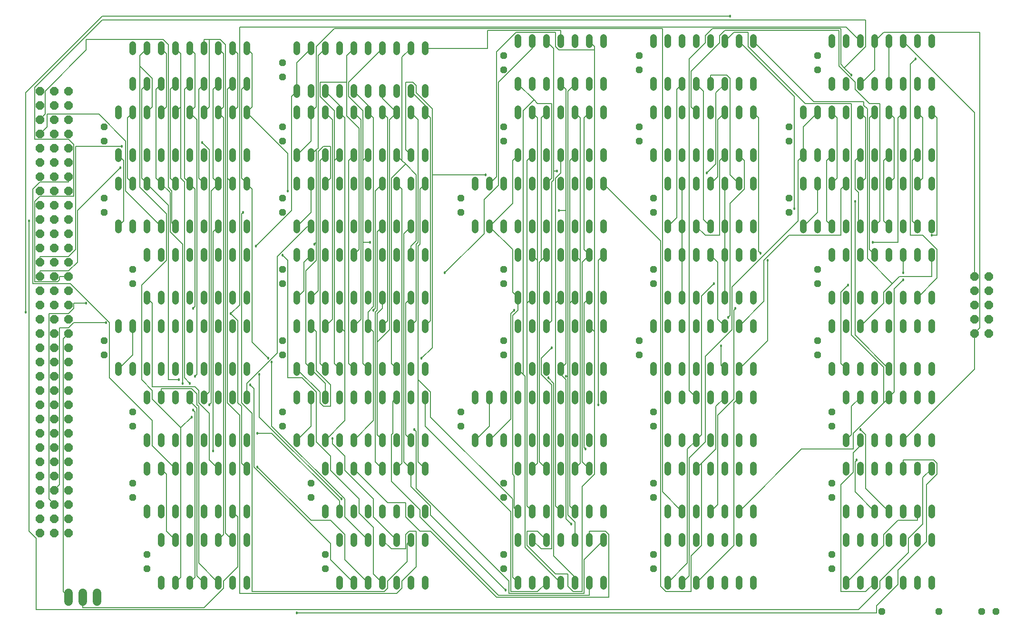
<source format=gbr>
G04 EAGLE Gerber RS-274X export*
G75*
%MOMM*%
%FSLAX34Y34*%
%LPD*%
%INTop Copper*%
%IPPOS*%
%AMOC8*
5,1,8,0,0,1.08239X$1,22.5*%
G01*
%ADD10C,1.219200*%
%ADD11P,1.319650X8X112.500000*%
%ADD12P,1.649562X8X292.500000*%
%ADD13P,1.649562X8X202.500000*%
%ADD14P,1.319650X8X202.500000*%
%ADD15P,1.319650X8X22.500000*%
%ADD16C,1.524000*%
%ADD17C,0.127000*%
%ADD18C,0.457200*%


D10*
X1168400Y717804D02*
X1168400Y729996D01*
X1193800Y729996D02*
X1193800Y717804D01*
X1320800Y717804D02*
X1320800Y729996D01*
X1320800Y794004D02*
X1320800Y806196D01*
X1219200Y729996D02*
X1219200Y717804D01*
X1244600Y717804D02*
X1244600Y729996D01*
X1295400Y729996D02*
X1295400Y717804D01*
X1270000Y717804D02*
X1270000Y729996D01*
X1295400Y794004D02*
X1295400Y806196D01*
X1270000Y806196D02*
X1270000Y794004D01*
X1244600Y794004D02*
X1244600Y806196D01*
X1219200Y806196D02*
X1219200Y794004D01*
X1193800Y794004D02*
X1193800Y806196D01*
X1168400Y806196D02*
X1168400Y794004D01*
X1168400Y602996D02*
X1168400Y590804D01*
X1193800Y590804D02*
X1193800Y602996D01*
X1320800Y602996D02*
X1320800Y590804D01*
X1320800Y667004D02*
X1320800Y679196D01*
X1219200Y602996D02*
X1219200Y590804D01*
X1244600Y590804D02*
X1244600Y602996D01*
X1295400Y602996D02*
X1295400Y590804D01*
X1270000Y590804D02*
X1270000Y602996D01*
X1295400Y667004D02*
X1295400Y679196D01*
X1270000Y679196D02*
X1270000Y667004D01*
X1244600Y667004D02*
X1244600Y679196D01*
X1219200Y679196D02*
X1219200Y667004D01*
X1193800Y667004D02*
X1193800Y679196D01*
X1168400Y679196D02*
X1168400Y667004D01*
X1409700Y717804D02*
X1409700Y729996D01*
X1435100Y729996D02*
X1435100Y717804D01*
X1562100Y717804D02*
X1562100Y729996D01*
X1587500Y729996D02*
X1587500Y717804D01*
X1460500Y717804D02*
X1460500Y729996D01*
X1485900Y729996D02*
X1485900Y717804D01*
X1536700Y717804D02*
X1536700Y729996D01*
X1511300Y729996D02*
X1511300Y717804D01*
X1612900Y717804D02*
X1612900Y729996D01*
X1638300Y729996D02*
X1638300Y717804D01*
X1638300Y794004D02*
X1638300Y806196D01*
X1612900Y806196D02*
X1612900Y794004D01*
X1587500Y794004D02*
X1587500Y806196D01*
X1562100Y806196D02*
X1562100Y794004D01*
X1536700Y794004D02*
X1536700Y806196D01*
X1511300Y806196D02*
X1511300Y794004D01*
X1485900Y794004D02*
X1485900Y806196D01*
X1460500Y806196D02*
X1460500Y794004D01*
X1435100Y794004D02*
X1435100Y806196D01*
X1409700Y806196D02*
X1409700Y794004D01*
X241300Y602996D02*
X241300Y590804D01*
X266700Y590804D02*
X266700Y602996D01*
X393700Y602996D02*
X393700Y590804D01*
X419100Y590804D02*
X419100Y602996D01*
X292100Y602996D02*
X292100Y590804D01*
X317500Y590804D02*
X317500Y602996D01*
X368300Y602996D02*
X368300Y590804D01*
X342900Y590804D02*
X342900Y602996D01*
X419100Y667004D02*
X419100Y679196D01*
X393700Y679196D02*
X393700Y667004D01*
X368300Y667004D02*
X368300Y679196D01*
X342900Y679196D02*
X342900Y667004D01*
X317500Y667004D02*
X317500Y679196D01*
X292100Y679196D02*
X292100Y667004D01*
X266700Y667004D02*
X266700Y679196D01*
X241300Y679196D02*
X241300Y667004D01*
X266700Y94996D02*
X266700Y82804D01*
X292100Y82804D02*
X292100Y94996D01*
X419100Y94996D02*
X419100Y82804D01*
X419100Y159004D02*
X419100Y171196D01*
X317500Y94996D02*
X317500Y82804D01*
X342900Y82804D02*
X342900Y94996D01*
X393700Y94996D02*
X393700Y82804D01*
X368300Y82804D02*
X368300Y94996D01*
X393700Y159004D02*
X393700Y171196D01*
X368300Y171196D02*
X368300Y159004D01*
X342900Y159004D02*
X342900Y171196D01*
X317500Y171196D02*
X317500Y159004D01*
X292100Y159004D02*
X292100Y171196D01*
X266700Y171196D02*
X266700Y159004D01*
X190500Y463804D02*
X190500Y475996D01*
X215900Y475996D02*
X215900Y463804D01*
X342900Y463804D02*
X342900Y475996D01*
X368300Y475996D02*
X368300Y463804D01*
X241300Y463804D02*
X241300Y475996D01*
X266700Y475996D02*
X266700Y463804D01*
X317500Y463804D02*
X317500Y475996D01*
X292100Y475996D02*
X292100Y463804D01*
X393700Y463804D02*
X393700Y475996D01*
X419100Y475996D02*
X419100Y463804D01*
X419100Y540004D02*
X419100Y552196D01*
X393700Y552196D02*
X393700Y540004D01*
X368300Y540004D02*
X368300Y552196D01*
X342900Y552196D02*
X342900Y540004D01*
X317500Y540004D02*
X317500Y552196D01*
X292100Y552196D02*
X292100Y540004D01*
X266700Y540004D02*
X266700Y552196D01*
X241300Y552196D02*
X241300Y540004D01*
X215900Y540004D02*
X215900Y552196D01*
X190500Y552196D02*
X190500Y540004D01*
X508000Y475996D02*
X508000Y463804D01*
X533400Y463804D02*
X533400Y475996D01*
X660400Y475996D02*
X660400Y463804D01*
X685800Y463804D02*
X685800Y475996D01*
X558800Y475996D02*
X558800Y463804D01*
X584200Y463804D02*
X584200Y475996D01*
X635000Y475996D02*
X635000Y463804D01*
X609600Y463804D02*
X609600Y475996D01*
X711200Y475996D02*
X711200Y463804D01*
X736600Y463804D02*
X736600Y475996D01*
X736600Y540004D02*
X736600Y552196D01*
X711200Y552196D02*
X711200Y540004D01*
X685800Y540004D02*
X685800Y552196D01*
X660400Y552196D02*
X660400Y540004D01*
X635000Y540004D02*
X635000Y552196D01*
X609600Y552196D02*
X609600Y540004D01*
X584200Y540004D02*
X584200Y552196D01*
X558800Y552196D02*
X558800Y540004D01*
X533400Y540004D02*
X533400Y552196D01*
X508000Y552196D02*
X508000Y540004D01*
X508000Y844804D02*
X508000Y856996D01*
X533400Y856996D02*
X533400Y844804D01*
X660400Y844804D02*
X660400Y856996D01*
X685800Y856996D02*
X685800Y844804D01*
X558800Y844804D02*
X558800Y856996D01*
X584200Y856996D02*
X584200Y844804D01*
X635000Y844804D02*
X635000Y856996D01*
X609600Y856996D02*
X609600Y844804D01*
X711200Y844804D02*
X711200Y856996D01*
X736600Y856996D02*
X736600Y844804D01*
X736600Y921004D02*
X736600Y933196D01*
X711200Y933196D02*
X711200Y921004D01*
X685800Y921004D02*
X685800Y933196D01*
X660400Y933196D02*
X660400Y921004D01*
X635000Y921004D02*
X635000Y933196D01*
X609600Y933196D02*
X609600Y921004D01*
X584200Y921004D02*
X584200Y933196D01*
X558800Y933196D02*
X558800Y921004D01*
X533400Y921004D02*
X533400Y933196D01*
X508000Y933196D02*
X508000Y921004D01*
X825500Y729996D02*
X825500Y717804D01*
X850900Y717804D02*
X850900Y729996D01*
X977900Y729996D02*
X977900Y717804D01*
X1003300Y717804D02*
X1003300Y729996D01*
X876300Y729996D02*
X876300Y717804D01*
X901700Y717804D02*
X901700Y729996D01*
X952500Y729996D02*
X952500Y717804D01*
X927100Y717804D02*
X927100Y729996D01*
X1028700Y729996D02*
X1028700Y717804D01*
X1054100Y717804D02*
X1054100Y729996D01*
X1054100Y794004D02*
X1054100Y806196D01*
X1028700Y806196D02*
X1028700Y794004D01*
X1003300Y794004D02*
X1003300Y806196D01*
X977900Y806196D02*
X977900Y794004D01*
X952500Y794004D02*
X952500Y806196D01*
X927100Y806196D02*
X927100Y794004D01*
X901700Y794004D02*
X901700Y806196D01*
X876300Y806196D02*
X876300Y794004D01*
X850900Y794004D02*
X850900Y806196D01*
X825500Y806196D02*
X825500Y794004D01*
X508000Y602996D02*
X508000Y590804D01*
X533400Y590804D02*
X533400Y602996D01*
X660400Y602996D02*
X660400Y590804D01*
X685800Y590804D02*
X685800Y602996D01*
X558800Y602996D02*
X558800Y590804D01*
X584200Y590804D02*
X584200Y602996D01*
X635000Y602996D02*
X635000Y590804D01*
X609600Y590804D02*
X609600Y602996D01*
X711200Y602996D02*
X711200Y590804D01*
X736600Y590804D02*
X736600Y602996D01*
X736600Y667004D02*
X736600Y679196D01*
X711200Y679196D02*
X711200Y667004D01*
X685800Y667004D02*
X685800Y679196D01*
X660400Y679196D02*
X660400Y667004D01*
X635000Y667004D02*
X635000Y679196D01*
X609600Y679196D02*
X609600Y667004D01*
X584200Y667004D02*
X584200Y679196D01*
X558800Y679196D02*
X558800Y667004D01*
X533400Y667004D02*
X533400Y679196D01*
X508000Y679196D02*
X508000Y667004D01*
X508000Y717804D02*
X508000Y729996D01*
X533400Y729996D02*
X533400Y717804D01*
X660400Y717804D02*
X660400Y729996D01*
X685800Y729996D02*
X685800Y717804D01*
X558800Y717804D02*
X558800Y729996D01*
X584200Y729996D02*
X584200Y717804D01*
X635000Y717804D02*
X635000Y729996D01*
X609600Y729996D02*
X609600Y717804D01*
X711200Y717804D02*
X711200Y729996D01*
X736600Y729996D02*
X736600Y717804D01*
X736600Y794004D02*
X736600Y806196D01*
X711200Y806196D02*
X711200Y794004D01*
X685800Y794004D02*
X685800Y806196D01*
X660400Y806196D02*
X660400Y794004D01*
X635000Y794004D02*
X635000Y806196D01*
X609600Y806196D02*
X609600Y794004D01*
X584200Y794004D02*
X584200Y806196D01*
X558800Y806196D02*
X558800Y794004D01*
X533400Y794004D02*
X533400Y806196D01*
X508000Y806196D02*
X508000Y794004D01*
X241300Y348996D02*
X241300Y336804D01*
X266700Y336804D02*
X266700Y348996D01*
X393700Y348996D02*
X393700Y336804D01*
X419100Y336804D02*
X419100Y348996D01*
X292100Y348996D02*
X292100Y336804D01*
X317500Y336804D02*
X317500Y348996D01*
X368300Y348996D02*
X368300Y336804D01*
X342900Y336804D02*
X342900Y348996D01*
X419100Y413004D02*
X419100Y425196D01*
X393700Y425196D02*
X393700Y413004D01*
X368300Y413004D02*
X368300Y425196D01*
X342900Y425196D02*
X342900Y413004D01*
X317500Y413004D02*
X317500Y425196D01*
X292100Y425196D02*
X292100Y413004D01*
X266700Y413004D02*
X266700Y425196D01*
X241300Y425196D02*
X241300Y413004D01*
X558800Y221996D02*
X558800Y209804D01*
X584200Y209804D02*
X584200Y221996D01*
X711200Y221996D02*
X711200Y209804D01*
X736600Y209804D02*
X736600Y221996D01*
X609600Y221996D02*
X609600Y209804D01*
X635000Y209804D02*
X635000Y221996D01*
X685800Y221996D02*
X685800Y209804D01*
X660400Y209804D02*
X660400Y221996D01*
X736600Y286004D02*
X736600Y298196D01*
X711200Y298196D02*
X711200Y286004D01*
X685800Y286004D02*
X685800Y298196D01*
X660400Y298196D02*
X660400Y286004D01*
X635000Y286004D02*
X635000Y298196D01*
X609600Y298196D02*
X609600Y286004D01*
X584200Y286004D02*
X584200Y298196D01*
X558800Y298196D02*
X558800Y286004D01*
X1168400Y221996D02*
X1168400Y209804D01*
X1193800Y209804D02*
X1193800Y221996D01*
X1320800Y221996D02*
X1320800Y209804D01*
X1320800Y286004D02*
X1320800Y298196D01*
X1219200Y221996D02*
X1219200Y209804D01*
X1244600Y209804D02*
X1244600Y221996D01*
X1295400Y221996D02*
X1295400Y209804D01*
X1270000Y209804D02*
X1270000Y221996D01*
X1295400Y286004D02*
X1295400Y298196D01*
X1270000Y298196D02*
X1270000Y286004D01*
X1244600Y286004D02*
X1244600Y298196D01*
X1219200Y298196D02*
X1219200Y286004D01*
X1193800Y286004D02*
X1193800Y298196D01*
X1168400Y298196D02*
X1168400Y286004D01*
X1485900Y94996D02*
X1485900Y82804D01*
X1511300Y82804D02*
X1511300Y94996D01*
X1638300Y94996D02*
X1638300Y82804D01*
X1638300Y159004D02*
X1638300Y171196D01*
X1536700Y94996D02*
X1536700Y82804D01*
X1562100Y82804D02*
X1562100Y94996D01*
X1612900Y94996D02*
X1612900Y82804D01*
X1587500Y82804D02*
X1587500Y94996D01*
X1612900Y159004D02*
X1612900Y171196D01*
X1587500Y171196D02*
X1587500Y159004D01*
X1562100Y159004D02*
X1562100Y171196D01*
X1536700Y171196D02*
X1536700Y159004D01*
X1511300Y159004D02*
X1511300Y171196D01*
X1485900Y171196D02*
X1485900Y159004D01*
X241300Y209804D02*
X241300Y221996D01*
X266700Y221996D02*
X266700Y209804D01*
X393700Y209804D02*
X393700Y221996D01*
X419100Y221996D02*
X419100Y209804D01*
X292100Y209804D02*
X292100Y221996D01*
X317500Y221996D02*
X317500Y209804D01*
X368300Y209804D02*
X368300Y221996D01*
X342900Y221996D02*
X342900Y209804D01*
X419100Y286004D02*
X419100Y298196D01*
X393700Y298196D02*
X393700Y286004D01*
X368300Y286004D02*
X368300Y298196D01*
X342900Y298196D02*
X342900Y286004D01*
X317500Y286004D02*
X317500Y298196D01*
X292100Y298196D02*
X292100Y286004D01*
X266700Y286004D02*
X266700Y298196D01*
X241300Y298196D02*
X241300Y286004D01*
X584200Y94996D02*
X584200Y82804D01*
X609600Y82804D02*
X609600Y94996D01*
X736600Y94996D02*
X736600Y82804D01*
X736600Y159004D02*
X736600Y171196D01*
X635000Y94996D02*
X635000Y82804D01*
X660400Y82804D02*
X660400Y94996D01*
X711200Y94996D02*
X711200Y82804D01*
X685800Y82804D02*
X685800Y94996D01*
X711200Y159004D02*
X711200Y171196D01*
X685800Y171196D02*
X685800Y159004D01*
X660400Y159004D02*
X660400Y171196D01*
X635000Y171196D02*
X635000Y159004D01*
X609600Y159004D02*
X609600Y171196D01*
X584200Y171196D02*
X584200Y159004D01*
X215900Y971804D02*
X215900Y983996D01*
X241300Y983996D02*
X241300Y971804D01*
X266700Y971804D02*
X266700Y983996D01*
X292100Y983996D02*
X292100Y971804D01*
X317500Y971804D02*
X317500Y983996D01*
X342900Y983996D02*
X342900Y971804D01*
X368300Y971804D02*
X368300Y983996D01*
X393700Y983996D02*
X393700Y971804D01*
X419100Y971804D02*
X419100Y983996D01*
X215900Y1035304D02*
X215900Y1047496D01*
X241300Y1047496D02*
X241300Y1035304D01*
X266700Y1035304D02*
X266700Y1047496D01*
X292100Y1047496D02*
X292100Y1035304D01*
X317500Y1035304D02*
X317500Y1047496D01*
X342900Y1047496D02*
X342900Y1035304D01*
X368300Y1035304D02*
X368300Y1047496D01*
X393700Y1047496D02*
X393700Y1035304D01*
X419100Y1035304D02*
X419100Y1047496D01*
X190500Y856996D02*
X190500Y844804D01*
X215900Y844804D02*
X215900Y856996D01*
X342900Y856996D02*
X342900Y844804D01*
X368300Y844804D02*
X368300Y856996D01*
X241300Y856996D02*
X241300Y844804D01*
X266700Y844804D02*
X266700Y856996D01*
X317500Y856996D02*
X317500Y844804D01*
X292100Y844804D02*
X292100Y856996D01*
X393700Y856996D02*
X393700Y844804D01*
X419100Y844804D02*
X419100Y856996D01*
X419100Y921004D02*
X419100Y933196D01*
X393700Y933196D02*
X393700Y921004D01*
X368300Y921004D02*
X368300Y933196D01*
X342900Y933196D02*
X342900Y921004D01*
X317500Y921004D02*
X317500Y933196D01*
X292100Y933196D02*
X292100Y921004D01*
X266700Y921004D02*
X266700Y933196D01*
X241300Y933196D02*
X241300Y921004D01*
X215900Y921004D02*
X215900Y933196D01*
X190500Y933196D02*
X190500Y921004D01*
X190500Y729996D02*
X190500Y717804D01*
X215900Y717804D02*
X215900Y729996D01*
X342900Y729996D02*
X342900Y717804D01*
X368300Y717804D02*
X368300Y729996D01*
X241300Y729996D02*
X241300Y717804D01*
X266700Y717804D02*
X266700Y729996D01*
X317500Y729996D02*
X317500Y717804D01*
X292100Y717804D02*
X292100Y729996D01*
X393700Y729996D02*
X393700Y717804D01*
X419100Y717804D02*
X419100Y729996D01*
X419100Y794004D02*
X419100Y806196D01*
X393700Y806196D02*
X393700Y794004D01*
X368300Y794004D02*
X368300Y806196D01*
X342900Y806196D02*
X342900Y794004D01*
X317500Y794004D02*
X317500Y806196D01*
X292100Y806196D02*
X292100Y794004D01*
X266700Y794004D02*
X266700Y806196D01*
X241300Y806196D02*
X241300Y794004D01*
X215900Y794004D02*
X215900Y806196D01*
X190500Y806196D02*
X190500Y794004D01*
X1143000Y844804D02*
X1143000Y856996D01*
X1168400Y856996D02*
X1168400Y844804D01*
X1295400Y844804D02*
X1295400Y856996D01*
X1320800Y856996D02*
X1320800Y844804D01*
X1193800Y844804D02*
X1193800Y856996D01*
X1219200Y856996D02*
X1219200Y844804D01*
X1270000Y844804D02*
X1270000Y856996D01*
X1244600Y856996D02*
X1244600Y844804D01*
X1320800Y921004D02*
X1320800Y933196D01*
X1295400Y933196D02*
X1295400Y921004D01*
X1270000Y921004D02*
X1270000Y933196D01*
X1244600Y933196D02*
X1244600Y921004D01*
X1219200Y921004D02*
X1219200Y933196D01*
X1193800Y933196D02*
X1193800Y921004D01*
X1168400Y921004D02*
X1168400Y933196D01*
X1143000Y933196D02*
X1143000Y921004D01*
X1143000Y475996D02*
X1143000Y463804D01*
X1168400Y463804D02*
X1168400Y475996D01*
X1295400Y475996D02*
X1295400Y463804D01*
X1320800Y463804D02*
X1320800Y475996D01*
X1193800Y475996D02*
X1193800Y463804D01*
X1219200Y463804D02*
X1219200Y475996D01*
X1270000Y475996D02*
X1270000Y463804D01*
X1244600Y463804D02*
X1244600Y475996D01*
X1320800Y540004D02*
X1320800Y552196D01*
X1295400Y552196D02*
X1295400Y540004D01*
X1270000Y540004D02*
X1270000Y552196D01*
X1244600Y552196D02*
X1244600Y540004D01*
X1219200Y540004D02*
X1219200Y552196D01*
X1193800Y552196D02*
X1193800Y540004D01*
X1168400Y540004D02*
X1168400Y552196D01*
X1143000Y552196D02*
X1143000Y540004D01*
X1143000Y971804D02*
X1143000Y983996D01*
X1168400Y983996D02*
X1168400Y971804D01*
X1295400Y971804D02*
X1295400Y983996D01*
X1320800Y983996D02*
X1320800Y971804D01*
X1193800Y971804D02*
X1193800Y983996D01*
X1219200Y983996D02*
X1219200Y971804D01*
X1270000Y971804D02*
X1270000Y983996D01*
X1244600Y983996D02*
X1244600Y971804D01*
X1320800Y1048004D02*
X1320800Y1060196D01*
X1295400Y1060196D02*
X1295400Y1048004D01*
X1270000Y1048004D02*
X1270000Y1060196D01*
X1244600Y1060196D02*
X1244600Y1048004D01*
X1219200Y1048004D02*
X1219200Y1060196D01*
X1193800Y1060196D02*
X1193800Y1048004D01*
X1168400Y1048004D02*
X1168400Y1060196D01*
X1143000Y1060196D02*
X1143000Y1048004D01*
X1460500Y602996D02*
X1460500Y590804D01*
X1485900Y590804D02*
X1485900Y602996D01*
X1612900Y602996D02*
X1612900Y590804D01*
X1638300Y590804D02*
X1638300Y602996D01*
X1511300Y602996D02*
X1511300Y590804D01*
X1536700Y590804D02*
X1536700Y602996D01*
X1587500Y602996D02*
X1587500Y590804D01*
X1562100Y590804D02*
X1562100Y602996D01*
X1638300Y667004D02*
X1638300Y679196D01*
X1612900Y679196D02*
X1612900Y667004D01*
X1587500Y667004D02*
X1587500Y679196D01*
X1562100Y679196D02*
X1562100Y667004D01*
X1536700Y667004D02*
X1536700Y679196D01*
X1511300Y679196D02*
X1511300Y667004D01*
X1485900Y667004D02*
X1485900Y679196D01*
X1460500Y679196D02*
X1460500Y667004D01*
X1409700Y844804D02*
X1409700Y856996D01*
X1435100Y856996D02*
X1435100Y844804D01*
X1562100Y844804D02*
X1562100Y856996D01*
X1587500Y856996D02*
X1587500Y844804D01*
X1460500Y844804D02*
X1460500Y856996D01*
X1485900Y856996D02*
X1485900Y844804D01*
X1536700Y844804D02*
X1536700Y856996D01*
X1511300Y856996D02*
X1511300Y844804D01*
X1612900Y844804D02*
X1612900Y856996D01*
X1638300Y856996D02*
X1638300Y844804D01*
X1638300Y921004D02*
X1638300Y933196D01*
X1612900Y933196D02*
X1612900Y921004D01*
X1587500Y921004D02*
X1587500Y933196D01*
X1562100Y933196D02*
X1562100Y921004D01*
X1536700Y921004D02*
X1536700Y933196D01*
X1511300Y933196D02*
X1511300Y921004D01*
X1485900Y921004D02*
X1485900Y933196D01*
X1460500Y933196D02*
X1460500Y921004D01*
X1435100Y921004D02*
X1435100Y933196D01*
X1409700Y933196D02*
X1409700Y921004D01*
X1460500Y971804D02*
X1460500Y983996D01*
X1485900Y983996D02*
X1485900Y971804D01*
X1612900Y971804D02*
X1612900Y983996D01*
X1638300Y983996D02*
X1638300Y971804D01*
X1511300Y971804D02*
X1511300Y983996D01*
X1536700Y983996D02*
X1536700Y971804D01*
X1587500Y971804D02*
X1587500Y983996D01*
X1562100Y983996D02*
X1562100Y971804D01*
X1638300Y1048004D02*
X1638300Y1060196D01*
X1612900Y1060196D02*
X1612900Y1048004D01*
X1587500Y1048004D02*
X1587500Y1060196D01*
X1562100Y1060196D02*
X1562100Y1048004D01*
X1536700Y1048004D02*
X1536700Y1060196D01*
X1511300Y1060196D02*
X1511300Y1048004D01*
X1485900Y1048004D02*
X1485900Y1060196D01*
X1460500Y1060196D02*
X1460500Y1048004D01*
D11*
X876300Y495300D03*
X876300Y520700D03*
X1143000Y114300D03*
X1143000Y139700D03*
X215900Y622300D03*
X215900Y647700D03*
X1384300Y876300D03*
X1384300Y901700D03*
X1117600Y495300D03*
X1117600Y520700D03*
X1143000Y368300D03*
X1143000Y393700D03*
X241300Y114300D03*
X241300Y139700D03*
X482600Y495300D03*
X482600Y520700D03*
X215900Y241300D03*
X215900Y266700D03*
X1117600Y876300D03*
X1117600Y901700D03*
X800100Y749300D03*
X800100Y774700D03*
X1460500Y368300D03*
X1460500Y393700D03*
X1435100Y1003300D03*
X1435100Y1028700D03*
X1117600Y1003300D03*
X1117600Y1028700D03*
X1460500Y241300D03*
X1460500Y266700D03*
X482600Y368300D03*
X482600Y393700D03*
X215900Y368300D03*
X215900Y393700D03*
X482600Y876300D03*
X482600Y901700D03*
X876300Y1003300D03*
X876300Y1028700D03*
X1143000Y241300D03*
X1143000Y266700D03*
X876300Y876300D03*
X876300Y901700D03*
X1460500Y114300D03*
X1460500Y139700D03*
X533400Y241300D03*
X533400Y266700D03*
X165100Y749300D03*
X165100Y774700D03*
X165100Y876300D03*
X165100Y901700D03*
X1384300Y749300D03*
X1384300Y774700D03*
X1435100Y622300D03*
X1435100Y647700D03*
X1143000Y749300D03*
X1143000Y774700D03*
X1143000Y622300D03*
X1143000Y647700D03*
X1435100Y495300D03*
X1435100Y520700D03*
X876300Y241300D03*
X876300Y266700D03*
X876300Y114300D03*
X876300Y139700D03*
X558800Y114300D03*
X558800Y139700D03*
X482600Y990600D03*
X482600Y1016000D03*
X876300Y622300D03*
X876300Y647700D03*
X165100Y495300D03*
X165100Y520700D03*
X800100Y368300D03*
X800100Y393700D03*
D10*
X901700Y221996D02*
X901700Y209804D01*
X927100Y209804D02*
X927100Y221996D01*
X1054100Y221996D02*
X1054100Y209804D01*
X1054100Y286004D02*
X1054100Y298196D01*
X952500Y221996D02*
X952500Y209804D01*
X977900Y209804D02*
X977900Y221996D01*
X1028700Y221996D02*
X1028700Y209804D01*
X1003300Y209804D02*
X1003300Y221996D01*
X1028700Y286004D02*
X1028700Y298196D01*
X1003300Y298196D02*
X1003300Y286004D01*
X977900Y286004D02*
X977900Y298196D01*
X952500Y298196D02*
X952500Y286004D01*
X927100Y286004D02*
X927100Y298196D01*
X901700Y298196D02*
X901700Y286004D01*
X901700Y94996D02*
X901700Y82804D01*
X927100Y82804D02*
X927100Y94996D01*
X1054100Y94996D02*
X1054100Y82804D01*
X1054100Y159004D02*
X1054100Y171196D01*
X952500Y94996D02*
X952500Y82804D01*
X977900Y82804D02*
X977900Y94996D01*
X1028700Y94996D02*
X1028700Y82804D01*
X1003300Y82804D02*
X1003300Y94996D01*
X1028700Y159004D02*
X1028700Y171196D01*
X1003300Y171196D02*
X1003300Y159004D01*
X977900Y159004D02*
X977900Y171196D01*
X952500Y171196D02*
X952500Y159004D01*
X927100Y159004D02*
X927100Y171196D01*
X901700Y171196D02*
X901700Y159004D01*
X901700Y844804D02*
X901700Y856996D01*
X927100Y856996D02*
X927100Y844804D01*
X1054100Y844804D02*
X1054100Y856996D01*
X1054100Y921004D02*
X1054100Y933196D01*
X952500Y856996D02*
X952500Y844804D01*
X977900Y844804D02*
X977900Y856996D01*
X1028700Y856996D02*
X1028700Y844804D01*
X1003300Y844804D02*
X1003300Y856996D01*
X1028700Y921004D02*
X1028700Y933196D01*
X1003300Y933196D02*
X1003300Y921004D01*
X977900Y921004D02*
X977900Y933196D01*
X952500Y933196D02*
X952500Y921004D01*
X927100Y921004D02*
X927100Y933196D01*
X901700Y933196D02*
X901700Y921004D01*
X508000Y348996D02*
X508000Y336804D01*
X533400Y336804D02*
X533400Y348996D01*
X660400Y348996D02*
X660400Y336804D01*
X685800Y336804D02*
X685800Y348996D01*
X558800Y348996D02*
X558800Y336804D01*
X584200Y336804D02*
X584200Y348996D01*
X635000Y348996D02*
X635000Y336804D01*
X609600Y336804D02*
X609600Y348996D01*
X711200Y348996D02*
X711200Y336804D01*
X736600Y336804D02*
X736600Y348996D01*
X736600Y413004D02*
X736600Y425196D01*
X711200Y425196D02*
X711200Y413004D01*
X685800Y413004D02*
X685800Y425196D01*
X660400Y425196D02*
X660400Y413004D01*
X635000Y413004D02*
X635000Y425196D01*
X609600Y425196D02*
X609600Y413004D01*
X584200Y413004D02*
X584200Y425196D01*
X558800Y425196D02*
X558800Y413004D01*
X533400Y413004D02*
X533400Y425196D01*
X508000Y425196D02*
X508000Y413004D01*
X825500Y348996D02*
X825500Y336804D01*
X850900Y336804D02*
X850900Y348996D01*
X977900Y348996D02*
X977900Y336804D01*
X1003300Y336804D02*
X1003300Y348996D01*
X876300Y348996D02*
X876300Y336804D01*
X901700Y336804D02*
X901700Y348996D01*
X952500Y348996D02*
X952500Y336804D01*
X927100Y336804D02*
X927100Y348996D01*
X1028700Y348996D02*
X1028700Y336804D01*
X1054100Y336804D02*
X1054100Y348996D01*
X1054100Y413004D02*
X1054100Y425196D01*
X1028700Y425196D02*
X1028700Y413004D01*
X1003300Y413004D02*
X1003300Y425196D01*
X977900Y425196D02*
X977900Y413004D01*
X952500Y413004D02*
X952500Y425196D01*
X927100Y425196D02*
X927100Y413004D01*
X901700Y413004D02*
X901700Y425196D01*
X876300Y425196D02*
X876300Y413004D01*
X850900Y413004D02*
X850900Y425196D01*
X825500Y425196D02*
X825500Y413004D01*
X508000Y959104D02*
X508000Y971296D01*
X533400Y971296D02*
X533400Y959104D01*
X660400Y959104D02*
X660400Y971296D01*
X685800Y971296D02*
X685800Y959104D01*
X558800Y959104D02*
X558800Y971296D01*
X584200Y971296D02*
X584200Y959104D01*
X635000Y959104D02*
X635000Y971296D01*
X609600Y971296D02*
X609600Y959104D01*
X711200Y959104D02*
X711200Y971296D01*
X736600Y971296D02*
X736600Y959104D01*
X736600Y1035304D02*
X736600Y1047496D01*
X711200Y1047496D02*
X711200Y1035304D01*
X685800Y1035304D02*
X685800Y1047496D01*
X660400Y1047496D02*
X660400Y1035304D01*
X635000Y1035304D02*
X635000Y1047496D01*
X609600Y1047496D02*
X609600Y1035304D01*
X584200Y1035304D02*
X584200Y1047496D01*
X558800Y1047496D02*
X558800Y1035304D01*
X533400Y1035304D02*
X533400Y1047496D01*
X508000Y1047496D02*
X508000Y1035304D01*
X901700Y602996D02*
X901700Y590804D01*
X927100Y590804D02*
X927100Y602996D01*
X1054100Y602996D02*
X1054100Y590804D01*
X1054100Y667004D02*
X1054100Y679196D01*
X952500Y602996D02*
X952500Y590804D01*
X977900Y590804D02*
X977900Y602996D01*
X1028700Y602996D02*
X1028700Y590804D01*
X1003300Y590804D02*
X1003300Y602996D01*
X1028700Y667004D02*
X1028700Y679196D01*
X1003300Y679196D02*
X1003300Y667004D01*
X977900Y667004D02*
X977900Y679196D01*
X952500Y679196D02*
X952500Y667004D01*
X927100Y667004D02*
X927100Y679196D01*
X901700Y679196D02*
X901700Y667004D01*
X901700Y475996D02*
X901700Y463804D01*
X927100Y463804D02*
X927100Y475996D01*
X1054100Y475996D02*
X1054100Y463804D01*
X1054100Y540004D02*
X1054100Y552196D01*
X952500Y475996D02*
X952500Y463804D01*
X977900Y463804D02*
X977900Y475996D01*
X1028700Y475996D02*
X1028700Y463804D01*
X1003300Y463804D02*
X1003300Y475996D01*
X1028700Y540004D02*
X1028700Y552196D01*
X1003300Y552196D02*
X1003300Y540004D01*
X977900Y540004D02*
X977900Y552196D01*
X952500Y552196D02*
X952500Y540004D01*
X927100Y540004D02*
X927100Y552196D01*
X901700Y552196D02*
X901700Y540004D01*
X901700Y971804D02*
X901700Y983996D01*
X927100Y983996D02*
X927100Y971804D01*
X1054100Y971804D02*
X1054100Y983996D01*
X1054100Y1048004D02*
X1054100Y1060196D01*
X952500Y983996D02*
X952500Y971804D01*
X977900Y971804D02*
X977900Y983996D01*
X1028700Y983996D02*
X1028700Y971804D01*
X1003300Y971804D02*
X1003300Y983996D01*
X1028700Y1048004D02*
X1028700Y1060196D01*
X1003300Y1060196D02*
X1003300Y1048004D01*
X977900Y1048004D02*
X977900Y1060196D01*
X952500Y1060196D02*
X952500Y1048004D01*
X927100Y1048004D02*
X927100Y1060196D01*
X901700Y1060196D02*
X901700Y1048004D01*
X1485900Y221996D02*
X1485900Y209804D01*
X1511300Y209804D02*
X1511300Y221996D01*
X1638300Y221996D02*
X1638300Y209804D01*
X1638300Y286004D02*
X1638300Y298196D01*
X1536700Y221996D02*
X1536700Y209804D01*
X1562100Y209804D02*
X1562100Y221996D01*
X1612900Y221996D02*
X1612900Y209804D01*
X1587500Y209804D02*
X1587500Y221996D01*
X1612900Y286004D02*
X1612900Y298196D01*
X1587500Y298196D02*
X1587500Y286004D01*
X1562100Y286004D02*
X1562100Y298196D01*
X1536700Y298196D02*
X1536700Y286004D01*
X1511300Y286004D02*
X1511300Y298196D01*
X1485900Y298196D02*
X1485900Y286004D01*
X1485900Y336804D02*
X1485900Y348996D01*
X1511300Y348996D02*
X1511300Y336804D01*
X1638300Y336804D02*
X1638300Y348996D01*
X1638300Y413004D02*
X1638300Y425196D01*
X1536700Y348996D02*
X1536700Y336804D01*
X1562100Y336804D02*
X1562100Y348996D01*
X1612900Y348996D02*
X1612900Y336804D01*
X1587500Y336804D02*
X1587500Y348996D01*
X1612900Y413004D02*
X1612900Y425196D01*
X1587500Y425196D02*
X1587500Y413004D01*
X1562100Y413004D02*
X1562100Y425196D01*
X1536700Y425196D02*
X1536700Y413004D01*
X1511300Y413004D02*
X1511300Y425196D01*
X1485900Y425196D02*
X1485900Y413004D01*
X1168400Y348996D02*
X1168400Y336804D01*
X1193800Y336804D02*
X1193800Y348996D01*
X1320800Y348996D02*
X1320800Y336804D01*
X1320800Y413004D02*
X1320800Y425196D01*
X1219200Y348996D02*
X1219200Y336804D01*
X1244600Y336804D02*
X1244600Y348996D01*
X1295400Y348996D02*
X1295400Y336804D01*
X1270000Y336804D02*
X1270000Y348996D01*
X1295400Y413004D02*
X1295400Y425196D01*
X1270000Y425196D02*
X1270000Y413004D01*
X1244600Y413004D02*
X1244600Y425196D01*
X1219200Y425196D02*
X1219200Y413004D01*
X1193800Y413004D02*
X1193800Y425196D01*
X1168400Y425196D02*
X1168400Y413004D01*
X1168400Y94996D02*
X1168400Y82804D01*
X1193800Y82804D02*
X1193800Y94996D01*
X1320800Y94996D02*
X1320800Y82804D01*
X1320800Y159004D02*
X1320800Y171196D01*
X1219200Y94996D02*
X1219200Y82804D01*
X1244600Y82804D02*
X1244600Y94996D01*
X1295400Y94996D02*
X1295400Y82804D01*
X1270000Y82804D02*
X1270000Y94996D01*
X1295400Y159004D02*
X1295400Y171196D01*
X1270000Y171196D02*
X1270000Y159004D01*
X1244600Y159004D02*
X1244600Y171196D01*
X1219200Y171196D02*
X1219200Y159004D01*
X1193800Y159004D02*
X1193800Y171196D01*
X1168400Y171196D02*
X1168400Y159004D01*
X1460500Y463804D02*
X1460500Y475996D01*
X1485900Y475996D02*
X1485900Y463804D01*
X1612900Y463804D02*
X1612900Y475996D01*
X1638300Y475996D02*
X1638300Y463804D01*
X1511300Y463804D02*
X1511300Y475996D01*
X1536700Y475996D02*
X1536700Y463804D01*
X1587500Y463804D02*
X1587500Y475996D01*
X1562100Y475996D02*
X1562100Y463804D01*
X1638300Y540004D02*
X1638300Y552196D01*
X1612900Y552196D02*
X1612900Y540004D01*
X1587500Y540004D02*
X1587500Y552196D01*
X1562100Y552196D02*
X1562100Y540004D01*
X1536700Y540004D02*
X1536700Y552196D01*
X1511300Y552196D02*
X1511300Y540004D01*
X1485900Y540004D02*
X1485900Y552196D01*
X1460500Y552196D02*
X1460500Y540004D01*
D11*
X482600Y749300D03*
X482600Y774700D03*
X482600Y622300D03*
X482600Y647700D03*
D12*
X1714500Y635000D03*
X1714500Y609600D03*
X1714500Y584200D03*
X1714500Y558800D03*
X1714500Y533400D03*
X1739900Y635000D03*
X1739900Y609600D03*
X1739900Y584200D03*
X1739900Y558800D03*
X1739900Y533400D03*
D13*
X50800Y177800D03*
X50800Y203200D03*
X50800Y228600D03*
X50800Y254000D03*
X50800Y279400D03*
X50800Y304800D03*
X50800Y330200D03*
X50800Y355600D03*
X50800Y381000D03*
X50800Y406400D03*
X50800Y431800D03*
X50800Y457200D03*
X50800Y482600D03*
X50800Y508000D03*
X50800Y533400D03*
X50800Y558800D03*
X76200Y177800D03*
X76200Y203200D03*
X76200Y228600D03*
X76200Y254000D03*
X76200Y279400D03*
X76200Y304800D03*
X76200Y330200D03*
X76200Y355600D03*
X76200Y381000D03*
X76200Y406400D03*
X76200Y431800D03*
X76200Y457200D03*
X76200Y482600D03*
X76200Y508000D03*
X76200Y533400D03*
X76200Y558800D03*
X101600Y177800D03*
X101600Y203200D03*
X101600Y228600D03*
X101600Y254000D03*
X101600Y279400D03*
X101600Y304800D03*
X101600Y330200D03*
X101600Y355600D03*
X101600Y381000D03*
X101600Y406400D03*
X101600Y431800D03*
X101600Y457200D03*
X101600Y482600D03*
X101600Y508000D03*
X101600Y533400D03*
X101600Y558800D03*
X50800Y584200D03*
X50800Y609600D03*
X50800Y635000D03*
X50800Y660400D03*
X50800Y685800D03*
X50800Y711200D03*
X50800Y736600D03*
X50800Y762000D03*
X50800Y787400D03*
X50800Y812800D03*
X50800Y838200D03*
X50800Y863600D03*
X50800Y889000D03*
X50800Y914400D03*
X50800Y939800D03*
X50800Y965200D03*
X76200Y584200D03*
X76200Y609600D03*
X76200Y635000D03*
X76200Y660400D03*
X76200Y685800D03*
X76200Y711200D03*
X76200Y736600D03*
X76200Y762000D03*
X76200Y787400D03*
X76200Y812800D03*
X76200Y838200D03*
X76200Y863600D03*
X76200Y889000D03*
X76200Y914400D03*
X76200Y939800D03*
X76200Y965200D03*
X101600Y584200D03*
X101600Y609600D03*
X101600Y635000D03*
X101600Y660400D03*
X101600Y685800D03*
X101600Y711200D03*
X101600Y736600D03*
X101600Y762000D03*
X101600Y787400D03*
X101600Y812800D03*
X101600Y838200D03*
X101600Y863600D03*
X101600Y889000D03*
X101600Y914400D03*
X101600Y939800D03*
X101600Y965200D03*
D14*
X1752600Y38100D03*
X1727200Y38100D03*
D15*
X1549400Y38100D03*
X1651000Y38100D03*
D16*
X101600Y55880D02*
X101600Y71120D01*
X127000Y71120D02*
X127000Y55880D01*
X152400Y55880D02*
X152400Y71120D01*
D17*
X533400Y469900D02*
X558800Y444500D01*
X558800Y419100D01*
X1460500Y800100D02*
X1470025Y809625D01*
X1470025Y917575D01*
X1460500Y927100D01*
X546100Y863600D02*
X542925Y860425D01*
X533400Y850900D01*
X546100Y863600D02*
X546100Y1028700D01*
X558800Y1041400D01*
X542925Y695325D02*
X539750Y692150D01*
X542925Y695325D02*
X542925Y860425D01*
X523875Y479425D02*
X533400Y469900D01*
X523875Y479425D02*
X523875Y644525D01*
X542925Y663575D01*
X542925Y695325D01*
D18*
X539750Y692150D03*
D17*
X609600Y673100D02*
X619125Y682625D01*
X619125Y898525D01*
X596900Y920750D01*
X596900Y981075D02*
X596900Y1028700D01*
X596900Y981075D02*
X596900Y920750D01*
X596900Y1028700D02*
X609600Y1041400D01*
X1511300Y800100D02*
X1520825Y809625D01*
X1520825Y917575D01*
X1511300Y927100D01*
X584200Y469900D02*
X574675Y479425D01*
X574675Y841375D01*
X584200Y850900D01*
X596900Y981075D02*
X549275Y981075D01*
X549275Y955675D01*
X574675Y930275D01*
X574675Y841375D01*
X1562100Y800100D02*
X1571625Y809625D01*
X1571625Y917575D01*
X1562100Y927100D01*
X635000Y469900D02*
X625475Y479425D01*
X625475Y695325D02*
X625475Y841375D01*
X625475Y695325D02*
X625475Y479425D01*
X625475Y841375D02*
X635000Y850900D01*
X638175Y695325D02*
X625475Y695325D01*
X600075Y981075D02*
X660400Y1041400D01*
X600075Y981075D02*
X600075Y955675D01*
X625475Y930275D01*
X625475Y841375D01*
D18*
X638175Y695325D03*
D17*
X1612900Y800100D02*
X1622425Y809625D01*
X1622425Y917575D01*
X1612900Y927100D01*
X720725Y815975D02*
X701675Y835025D01*
X695325Y841375D01*
X685800Y850900D01*
X720725Y815975D02*
X720725Y698500D01*
X711200Y688975D01*
X711200Y673100D01*
X695325Y1025525D02*
X711200Y1041400D01*
X695325Y1025525D02*
X695325Y841375D01*
X676275Y479425D02*
X685800Y469900D01*
X676275Y479425D02*
X676275Y809625D01*
X701675Y835025D01*
X701675Y352425D02*
X711200Y342900D01*
X701675Y352425D02*
X701675Y587375D01*
X711200Y596900D01*
X1603375Y733425D02*
X1612900Y723900D01*
X1603375Y733425D02*
X1603375Y841375D01*
X1612900Y850900D01*
X736600Y939800D02*
X711200Y965200D01*
X736600Y939800D02*
X736600Y927100D01*
X746125Y917575D01*
X746125Y555625D01*
X736600Y546100D01*
X1552575Y733425D02*
X1562100Y723900D01*
X1552575Y733425D02*
X1552575Y841375D01*
X1562100Y850900D01*
X685800Y927100D02*
X660400Y952500D01*
X660400Y965200D01*
X650875Y352425D02*
X660400Y342900D01*
X650875Y517525D02*
X650875Y568325D01*
X650875Y517525D02*
X650875Y352425D01*
X650875Y568325D02*
X660400Y577850D01*
X660400Y596900D01*
X673100Y914400D02*
X685800Y927100D01*
X673100Y914400D02*
X673100Y539750D01*
X650875Y517525D01*
X1508125Y727075D02*
X1511300Y723900D01*
X1508125Y727075D02*
X1508125Y784225D01*
X1501775Y790575D01*
X1501775Y841375D01*
X1511300Y850900D01*
X635000Y939800D02*
X609600Y965200D01*
X635000Y939800D02*
X635000Y927100D01*
X644525Y377825D02*
X609600Y342900D01*
X644525Y377825D02*
X644525Y536575D01*
X635000Y546100D01*
X644525Y917575D02*
X635000Y927100D01*
X644525Y917575D02*
X644525Y581025D01*
X635000Y571500D01*
X635000Y546100D01*
X1450975Y733425D02*
X1460500Y723900D01*
X1450975Y733425D02*
X1450975Y841375D01*
X1460500Y850900D01*
X584200Y939800D02*
X558800Y965200D01*
X584200Y939800D02*
X584200Y927100D01*
X593725Y377825D02*
X558800Y342900D01*
X593725Y377825D02*
X593725Y536575D01*
X584200Y546100D01*
X593725Y917575D02*
X584200Y927100D01*
X593725Y917575D02*
X593725Y536575D01*
X1587500Y1054100D02*
X1714500Y927100D01*
X1714500Y635000D01*
X419100Y444500D02*
X419100Y419100D01*
X419100Y444500D02*
X473075Y498475D01*
X473075Y669925D01*
X527050Y723900D01*
X533400Y723900D01*
X1168400Y723900D02*
X1184275Y739775D01*
X1184275Y968375D01*
X1193800Y977900D01*
X892175Y765175D02*
X850900Y723900D01*
X892175Y765175D02*
X892175Y841375D01*
X901700Y850900D01*
X895350Y222250D02*
X901700Y215900D01*
X895350Y222250D02*
X895350Y279400D01*
X892175Y282575D01*
X892175Y565150D01*
X901700Y574675D01*
X901700Y596900D01*
X892175Y682625D02*
X850900Y723900D01*
X892175Y682625D02*
X892175Y606425D01*
X901700Y596900D01*
X968375Y225425D02*
X977900Y215900D01*
X968375Y225425D02*
X968375Y587375D01*
X977900Y596900D01*
X977900Y819150D02*
X977900Y850900D01*
X977900Y819150D02*
X968375Y809625D01*
X968375Y587375D01*
X1231900Y965200D02*
X1219200Y977900D01*
X1231900Y965200D02*
X1231900Y736600D01*
X1244600Y723900D01*
X1238250Y819150D02*
X1254125Y835025D01*
X1254125Y962025D01*
X1270000Y977900D01*
X939800Y304800D02*
X952500Y292100D01*
X939800Y304800D02*
X939800Y660400D01*
X942975Y663575D02*
X952500Y673100D01*
X942975Y663575D02*
X939800Y660400D01*
X942975Y917575D02*
X952500Y927100D01*
X942975Y917575D02*
X942975Y663575D01*
D18*
X1238250Y819150D03*
D17*
X723900Y304800D02*
X736600Y292100D01*
X723900Y450850D02*
X723900Y688975D01*
X723900Y450850D02*
X723900Y304800D01*
X723900Y688975D02*
X727075Y692150D01*
X727075Y790575D01*
X736600Y800100D01*
X892175Y98425D02*
X901700Y88900D01*
X892175Y98425D02*
X892175Y238125D01*
X746125Y384175D01*
X746125Y428625D01*
X723900Y450850D01*
X952500Y546100D02*
X962025Y555625D01*
X962025Y803275D01*
X965200Y806450D01*
X965200Y822325D02*
X965200Y1041400D01*
X965200Y822325D02*
X965200Y806450D01*
X965200Y1041400D02*
X952500Y1054100D01*
X965200Y822325D02*
X971550Y822325D01*
D18*
X971550Y822325D03*
D17*
X695325Y301625D02*
X685800Y292100D01*
X695325Y301625D02*
X695325Y790575D01*
X685800Y800100D01*
X930275Y949325D02*
X936625Y942975D01*
X930275Y949325D02*
X901700Y977900D01*
X936625Y942975D02*
X962025Y942975D01*
X962025Y809625D01*
X952500Y800100D01*
X911225Y460375D02*
X914400Y457200D01*
X911225Y460375D02*
X901700Y469900D01*
X914400Y457200D02*
X914400Y152400D01*
X977900Y88900D01*
X911225Y930275D02*
X930275Y949325D01*
X911225Y930275D02*
X911225Y460375D01*
X1562100Y977900D02*
X1562100Y1054100D01*
X936625Y180975D02*
X952500Y165100D01*
X936625Y180975D02*
X917575Y180975D01*
X917575Y155575D01*
X968375Y104775D01*
X990600Y104775D01*
X990600Y82550D01*
X1000125Y73025D01*
X1016000Y73025D01*
X1016000Y260350D01*
X1038225Y282575D01*
X1038225Y536575D01*
X1028700Y546100D01*
X1038225Y1044575D02*
X1028700Y1054100D01*
X1038225Y1038225D02*
X1038225Y536575D01*
X1038225Y1038225D02*
X1038225Y1044575D01*
X863600Y812800D02*
X850900Y800100D01*
X863600Y812800D02*
X863600Y1035050D01*
X898525Y1069975D01*
X968375Y1069975D01*
X968375Y1044575D01*
X974725Y1038225D01*
X1038225Y1038225D01*
X917575Y225425D02*
X927100Y215900D01*
X917575Y225425D02*
X917575Y587375D01*
X927100Y596900D01*
X917575Y841375D02*
X927100Y850900D01*
X917575Y841375D02*
X917575Y587375D01*
X546100Y609600D02*
X533400Y596900D01*
X546100Y609600D02*
X546100Y857250D01*
X555625Y866775D01*
X568325Y866775D01*
X568325Y809625D01*
X558800Y800100D01*
X301625Y98425D02*
X292100Y88900D01*
X301625Y98425D02*
X301625Y365125D01*
X250825Y415925D01*
X250825Y431800D01*
X231775Y450850D01*
X231775Y619125D01*
X276225Y663575D01*
X276225Y746125D01*
X228600Y793750D01*
X228600Y1009650D02*
X228600Y1028700D01*
X228600Y1009650D02*
X228600Y793750D01*
X228600Y1028700D02*
X241300Y1041400D01*
X320675Y384175D02*
X301625Y365125D01*
X241300Y927100D02*
X250825Y936625D01*
X250825Y987425D01*
X228600Y1009650D01*
D18*
X320675Y384175D03*
D17*
X993775Y225425D02*
X1003300Y215900D01*
X993775Y225425D02*
X993775Y587375D01*
X1003300Y596900D01*
X993775Y841375D02*
X1003300Y850900D01*
X993775Y841375D02*
X993775Y587375D01*
X327025Y98425D02*
X317500Y88900D01*
X327025Y98425D02*
X327025Y393700D01*
X323850Y396875D01*
X276225Y1031875D02*
X266700Y1041400D01*
X276225Y1031875D02*
X276225Y936625D01*
X266700Y927100D01*
X352425Y428625D02*
X342900Y419100D01*
X352425Y428625D02*
X352425Y860425D01*
X339725Y873125D01*
D18*
X323850Y396875D03*
X339725Y873125D03*
D17*
X330200Y101600D02*
X342900Y88900D01*
X330200Y101600D02*
X330200Y400050D01*
X317500Y412750D01*
X317500Y419100D01*
X644525Y574675D02*
X647700Y577850D01*
X647700Y787400D01*
X660400Y800100D01*
X301625Y936625D02*
X292100Y927100D01*
X301625Y936625D02*
X301625Y1031875D01*
X292100Y1041400D01*
X1012825Y301625D02*
X1003300Y292100D01*
X1012825Y301625D02*
X1012825Y663575D01*
X1003300Y673100D01*
X1012825Y917575D02*
X1003300Y927100D01*
X1012825Y917575D02*
X1012825Y663575D01*
X317500Y444500D02*
X307975Y454025D01*
X307975Y803275D01*
X301625Y809625D01*
X301625Y936625D01*
D18*
X644525Y574675D03*
X317500Y444500D03*
D17*
X333375Y123825D02*
X368300Y88900D01*
X333375Y123825D02*
X333375Y403225D01*
X330200Y406400D01*
X330200Y425450D01*
X320675Y434975D01*
X266700Y434975D01*
X266700Y419100D01*
X317500Y927100D02*
X327025Y936625D01*
X327025Y1031875D01*
X317500Y1041400D01*
X936625Y301625D02*
X927100Y292100D01*
X936625Y301625D02*
X936625Y663575D01*
X927100Y673100D01*
X936625Y917575D02*
X927100Y927100D01*
X936625Y917575D02*
X936625Y663575D01*
X330200Y460375D02*
X327025Y457200D01*
X330200Y460375D02*
X330200Y914400D01*
X317500Y927100D01*
D18*
X327025Y457200D03*
D17*
X698500Y304800D02*
X711200Y292100D01*
X698500Y304800D02*
X698500Y711200D01*
X711200Y723900D01*
X746125Y209550D02*
X879475Y76200D01*
X746125Y209550D02*
X746125Y225425D01*
X711200Y260350D01*
X711200Y292100D01*
X393700Y165100D02*
X381000Y177800D01*
X381000Y1047750D01*
X371475Y1057275D01*
X352425Y1057275D02*
X342900Y1057275D01*
X352425Y1057275D02*
X371475Y1057275D01*
X342900Y1057275D02*
X342900Y1041400D01*
X352425Y936625D02*
X342900Y927100D01*
X352425Y936625D02*
X352425Y1057275D01*
X771525Y641350D02*
X841375Y711200D01*
X841375Y771525D01*
X866775Y796925D01*
X866775Y981075D01*
X927100Y1041400D01*
X927100Y1054100D01*
D18*
X879475Y76200D03*
X771525Y641350D03*
D17*
X377825Y936625D02*
X368300Y927100D01*
X377825Y936625D02*
X377825Y1031875D01*
X368300Y1041400D01*
X647700Y304800D02*
X660400Y292100D01*
X647700Y304800D02*
X647700Y571500D01*
X650875Y574675D01*
X650875Y714375D01*
X660400Y723900D01*
X955675Y454025D02*
X965200Y444500D01*
X965200Y136525D01*
X1003300Y98425D01*
X1003300Y88900D01*
X377825Y917575D02*
X368300Y927100D01*
X377825Y917575D02*
X377825Y174625D01*
X368300Y165100D01*
D18*
X955675Y454025D03*
D17*
X403225Y936625D02*
X393700Y927100D01*
X403225Y936625D02*
X403225Y1031875D01*
X393700Y1041400D01*
X1003300Y196850D02*
X1003300Y165100D01*
X1003300Y196850D02*
X990600Y209550D01*
X990600Y457200D02*
X990600Y965200D01*
X990600Y457200D02*
X990600Y209550D01*
X990600Y965200D02*
X1003300Y977900D01*
X990600Y457200D02*
X987425Y457200D01*
D18*
X987425Y457200D03*
D17*
X428625Y936625D02*
X419100Y927100D01*
X428625Y936625D02*
X428625Y1031875D01*
X419100Y1041400D01*
X419100Y927100D02*
X492125Y854075D01*
X492125Y787400D01*
X927100Y165100D02*
X942975Y149225D01*
X962025Y149225D01*
X962025Y441325D01*
X942975Y460375D01*
X942975Y488950D01*
X962025Y508000D01*
D18*
X492125Y787400D03*
X962025Y508000D03*
D17*
X1244600Y800100D02*
X1257300Y812800D01*
X1257300Y914400D01*
X1270000Y927100D01*
X1219200Y723900D02*
X1235075Y708025D01*
X1260475Y708025D01*
X1260475Y841375D01*
X1270000Y850900D01*
X1263650Y476250D02*
X1270000Y469900D01*
X1263650Y476250D02*
X1263650Y511175D01*
D18*
X1263650Y511175D03*
D17*
X1270000Y546100D02*
X1257300Y558800D01*
X1257300Y660400D01*
X1244600Y673100D01*
X1219200Y927100D02*
X1209675Y936625D01*
X1209675Y1000125D01*
X1260475Y1050925D01*
X1260475Y1063625D01*
X1270000Y1073150D01*
X1473200Y1073150D01*
X1473200Y1009650D01*
X1501775Y981075D01*
X1501775Y968375D01*
X1527175Y942975D01*
X1546225Y942975D01*
X1546225Y733425D01*
X1536700Y723900D01*
X1339850Y590550D02*
X1295400Y546100D01*
X1339850Y590550D02*
X1339850Y663575D01*
X1384300Y708025D01*
X1476375Y708025D01*
X1476375Y790575D01*
X1485900Y800100D01*
X1346200Y520700D02*
X1295400Y469900D01*
X1346200Y520700D02*
X1346200Y663575D01*
X1333500Y676275D02*
X1330325Y679450D01*
X1330325Y917575D01*
X1320800Y927100D01*
D18*
X1346200Y663575D03*
X1333500Y676275D03*
D17*
X720725Y555625D02*
X711200Y546100D01*
X720725Y555625D02*
X720725Y692150D01*
X723900Y695325D01*
X723900Y914400D01*
X711200Y927100D01*
X749300Y508000D02*
X730250Y488950D01*
X749300Y815975D02*
X749300Y933450D01*
X749300Y815975D02*
X749300Y508000D01*
X749300Y933450D02*
X720725Y962025D01*
X720725Y974725D01*
X714375Y981075D01*
X701675Y981075D01*
X701675Y860425D01*
X711200Y850900D01*
X749300Y815975D02*
X844550Y815975D01*
D18*
X730250Y488950D03*
X844550Y815975D03*
D17*
X600075Y479425D02*
X609600Y469900D01*
X600075Y479425D02*
X600075Y841375D01*
X609600Y850900D01*
X549275Y479425D02*
X558800Y469900D01*
X549275Y479425D02*
X549275Y841375D01*
X558800Y850900D01*
X1279525Y815975D02*
X1295400Y800100D01*
X1279525Y815975D02*
X1279525Y987425D01*
X1273175Y993775D01*
X1244600Y993775D01*
X1244600Y977900D01*
X1019175Y682625D02*
X1028700Y673100D01*
X1019175Y682625D02*
X1019175Y917575D01*
X1028700Y927100D01*
X1016000Y304800D02*
X1028700Y292100D01*
X1016000Y304800D02*
X1016000Y660400D01*
X1028700Y673100D01*
X609600Y292100D02*
X669925Y231775D01*
X701675Y231775D01*
X701675Y206375D01*
X727075Y180975D01*
X746125Y180975D01*
X863600Y63500D01*
X1063625Y63500D01*
X1063625Y174625D01*
X1057275Y180975D01*
X1028700Y180975D01*
X1028700Y165100D01*
X977900Y469900D02*
X987425Y479425D01*
X987425Y752475D02*
X987425Y968375D01*
X987425Y752475D02*
X987425Y479425D01*
X987425Y968375D02*
X977900Y977900D01*
X974725Y752475D02*
X987425Y752475D01*
X987425Y203200D02*
X996950Y193675D01*
X987425Y203200D02*
X987425Y450850D01*
X977900Y460375D01*
X977900Y469900D01*
D18*
X974725Y752475D03*
X996950Y193675D03*
D17*
X571500Y558800D02*
X558800Y546100D01*
X571500Y558800D02*
X571500Y914400D01*
X558800Y927100D01*
X622300Y558800D02*
X609600Y546100D01*
X622300Y558800D02*
X622300Y914400D01*
X609600Y927100D01*
X669925Y555625D02*
X660400Y546100D01*
X669925Y555625D02*
X669925Y917575D01*
X660400Y927100D01*
X463550Y355600D02*
X438150Y355600D01*
X463550Y355600D02*
X584200Y234950D01*
X584200Y215900D01*
D18*
X438150Y355600D03*
D17*
X368300Y292100D02*
X352425Y307975D01*
X352425Y390525D01*
X333375Y409575D01*
X333375Y431800D01*
X327025Y438150D01*
X250825Y438150D01*
X250825Y587375D01*
X241300Y596900D01*
X1511300Y546100D02*
X1552575Y587375D01*
X1552575Y606425D01*
X1568450Y622300D02*
X1581150Y635000D01*
X1568450Y622300D02*
X1552575Y606425D01*
X1581150Y635000D02*
X1638300Y635000D01*
X1638300Y673100D01*
X1428750Y946150D02*
X1320800Y1054100D01*
X1428750Y946150D02*
X1517650Y946150D01*
X1517650Y939800D01*
X1524000Y933450D01*
X1524000Y666750D01*
X1568450Y622300D01*
X25400Y571500D02*
X25400Y962025D01*
X161925Y1098550D01*
X1279525Y1098550D01*
D18*
X25400Y571500D03*
X1279525Y1098550D03*
D17*
X1476375Y479425D02*
X1485900Y469900D01*
X1476375Y479425D02*
X1476375Y606425D01*
X1489075Y619125D01*
X1393825Y955675D02*
X1295400Y1054100D01*
X1393825Y955675D02*
X1393825Y755650D01*
D18*
X1489075Y619125D03*
X1393825Y755650D03*
D17*
X419100Y292100D02*
X409575Y301625D01*
X409575Y403225D01*
X403225Y409575D01*
X403225Y555625D01*
X390525Y568325D01*
X1485900Y1079500D02*
X1511300Y1054100D01*
X1485900Y1079500D02*
X406400Y1079500D01*
X406400Y584200D01*
X390525Y568325D01*
D18*
X390525Y568325D03*
D17*
X825500Y342900D02*
X850900Y368300D01*
X850900Y419100D01*
X533400Y368300D02*
X508000Y342900D01*
X533400Y368300D02*
X533400Y419100D01*
X434975Y688975D02*
X498475Y752475D01*
X498475Y955675D01*
X508000Y965200D01*
X508000Y1016000D02*
X533400Y1041400D01*
X508000Y1016000D02*
X508000Y965200D01*
D18*
X434975Y688975D03*
D17*
X215900Y495300D02*
X190500Y469900D01*
X215900Y495300D02*
X215900Y546100D01*
X1409700Y723900D02*
X1435100Y749300D01*
X1435100Y800100D01*
X1203325Y123825D02*
X1168400Y88900D01*
X1203325Y123825D02*
X1203325Y327025D01*
X1219200Y342900D01*
X1228725Y600075D02*
X1250950Y622300D01*
X1228725Y600075D02*
X1228725Y352425D01*
X1219200Y342900D01*
D18*
X1250950Y622300D03*
D17*
X520700Y609600D02*
X508000Y596900D01*
X520700Y609600D02*
X520700Y660400D01*
X533400Y673100D01*
X241300Y800100D02*
X231775Y809625D01*
X231775Y968375D01*
X241300Y977900D01*
X568325Y130175D02*
X609600Y88900D01*
X568325Y130175D02*
X568325Y158750D01*
X431800Y295275D01*
X431800Y434975D01*
X425450Y441325D01*
X298450Y450850D02*
X279400Y450850D01*
X279400Y762000D01*
X241300Y800100D01*
D18*
X425450Y441325D03*
X298450Y450850D03*
D17*
X266700Y800100D02*
X257175Y809625D01*
X257175Y968375D01*
X266700Y977900D01*
X593725Y130175D02*
X635000Y88900D01*
X593725Y130175D02*
X593725Y174625D01*
X568325Y200025D01*
X533400Y200025D01*
X438150Y295275D01*
X304800Y444500D02*
X304800Y692150D01*
X282575Y714375D01*
X282575Y784225D01*
X266700Y800100D01*
D18*
X438150Y295275D03*
X304800Y444500D03*
D17*
X292100Y800100D02*
X282575Y809625D01*
X282575Y968375D01*
X292100Y977900D01*
X644525Y104775D02*
X660400Y88900D01*
X644525Y104775D02*
X644525Y187325D01*
X619125Y212725D01*
X619125Y238125D01*
X568325Y288925D01*
X568325Y314325D01*
X542925Y339725D01*
X542925Y428625D01*
X517525Y454025D01*
X492125Y454025D01*
X492125Y663575D01*
X482600Y673100D01*
D18*
X482600Y673100D03*
D17*
X317500Y800100D02*
X307975Y809625D01*
X307975Y968375D01*
X317500Y977900D01*
X441325Y384175D02*
X587375Y238125D01*
X441325Y384175D02*
X441325Y460375D01*
X323850Y577850D02*
X327025Y581025D01*
X327025Y790575D01*
X317500Y800100D01*
D18*
X587375Y238125D03*
X441325Y460375D03*
X323850Y577850D03*
D17*
X342900Y800100D02*
X333375Y809625D01*
X333375Y968375D01*
X342900Y977900D01*
X711200Y165100D02*
X704850Y158750D01*
X704850Y127000D01*
X669925Y92075D01*
X669925Y79375D01*
X663575Y73025D01*
X428625Y73025D01*
X428625Y390525D01*
X409575Y409575D01*
X409575Y746125D01*
X412750Y749300D01*
D18*
X412750Y749300D03*
D17*
X368300Y800100D02*
X358775Y809625D01*
X358775Y968375D01*
X368300Y977900D01*
X644525Y206375D02*
X685800Y165100D01*
X644525Y206375D02*
X644525Y238125D01*
X593725Y288925D01*
X593725Y314325D01*
X571500Y336550D01*
X571500Y346075D01*
X355600Y409575D02*
X352425Y406400D01*
X355600Y409575D02*
X355600Y787400D01*
X368300Y800100D01*
D18*
X571500Y346075D03*
X352425Y406400D03*
D17*
X393700Y800100D02*
X384175Y809625D01*
X384175Y968375D01*
X393700Y977900D01*
X660400Y165100D02*
X676275Y149225D01*
X701675Y149225D01*
X701675Y174625D01*
X708025Y180975D01*
X720725Y180975D01*
X720725Y117475D01*
X695325Y92075D01*
X695325Y79375D01*
X685800Y69850D01*
X406400Y69850D01*
X406400Y387350D01*
X384175Y409575D01*
X384175Y809625D01*
X409575Y809625D02*
X419100Y800100D01*
X409575Y809625D02*
X409575Y968375D01*
X419100Y977900D01*
X593725Y206375D02*
X635000Y165100D01*
X593725Y206375D02*
X593725Y238125D01*
X463550Y368300D01*
X463550Y482600D01*
X457200Y488950D02*
X428625Y517525D01*
X428625Y790575D01*
X419100Y800100D01*
D18*
X463550Y482600D03*
X457200Y488950D03*
D17*
X508000Y34925D02*
X1539875Y34925D01*
X1539875Y47625D01*
X1577975Y85725D01*
X1577975Y111125D01*
X1628775Y161925D01*
X1628775Y263525D01*
X1647825Y282575D01*
X1647825Y301625D01*
X1641475Y307975D01*
X1587500Y307975D01*
X1587500Y292100D01*
D18*
X508000Y34925D03*
D17*
X1193800Y596900D02*
X1193800Y673100D01*
X1193800Y723900D01*
X1193800Y800100D01*
X1270000Y673100D02*
X1270000Y596900D01*
X1270000Y673100D02*
X1270000Y723900D01*
X1270000Y800100D01*
X1289050Y577850D02*
X1285875Y574675D01*
X1285875Y415925D01*
X1257300Y387350D01*
X1257300Y228600D01*
X1244600Y215900D01*
D18*
X1289050Y577850D03*
D17*
X193675Y828675D02*
X117475Y752475D01*
X117475Y660400D01*
X101600Y644525D01*
X50800Y644525D01*
X50800Y635000D01*
D18*
X193675Y828675D03*
D17*
X196850Y866775D02*
X114300Y866775D01*
X114300Y682625D01*
X101600Y669925D01*
X50800Y669925D01*
X50800Y660400D01*
D18*
X196850Y866775D03*
D17*
X203200Y787400D02*
X266700Y723900D01*
X203200Y787400D02*
X203200Y876300D01*
X155575Y923925D01*
X63500Y923925D01*
X63500Y901700D01*
X50800Y889000D01*
X285750Y730250D02*
X292100Y723900D01*
X285750Y730250D02*
X285750Y787400D01*
X279400Y793750D01*
X279400Y1047750D01*
X269875Y1057275D01*
X133350Y1057275D01*
X133350Y1038225D01*
X60325Y965200D01*
X60325Y923925D01*
X50800Y914400D01*
X111125Y587375D02*
X133350Y587375D01*
X111125Y587375D02*
X111125Y577850D01*
X101600Y568325D01*
X66675Y568325D01*
X66675Y238125D01*
X76200Y228600D01*
D18*
X133350Y587375D03*
D17*
X111125Y552450D02*
X168275Y552450D01*
X111125Y552450D02*
X101600Y542925D01*
X85725Y542925D01*
X85725Y263525D01*
X76200Y254000D01*
D18*
X168275Y552450D03*
D17*
X358775Y714375D02*
X368300Y723900D01*
X358775Y714375D02*
X358775Y323850D01*
D18*
X358775Y323850D03*
D17*
X1622425Y276225D02*
X1638300Y292100D01*
X1622425Y276225D02*
X1622425Y193675D01*
X1597025Y168275D01*
X1597025Y142875D01*
X1546225Y92075D01*
X1546225Y79375D01*
X1508125Y41275D01*
X44450Y41275D01*
X44450Y168275D01*
X31750Y180975D01*
X31750Y733425D01*
D18*
X31750Y733425D03*
D17*
X1638300Y708025D02*
X1647825Y708025D01*
X1647825Y917575D01*
X1638300Y927100D01*
D18*
X1638300Y708025D03*
D17*
X1577975Y695325D02*
X1533525Y695325D01*
X1577975Y695325D02*
X1577975Y917575D01*
X1587500Y927100D01*
D18*
X1533525Y695325D03*
D17*
X1527175Y682625D02*
X1536700Y673100D01*
X1527175Y682625D02*
X1527175Y917575D01*
X1536700Y927100D01*
X1501775Y530225D02*
X1562100Y469900D01*
X1501775Y530225D02*
X1501775Y768350D01*
D18*
X1501775Y768350D03*
D17*
X1206500Y101600D02*
X1193800Y88900D01*
X1206500Y101600D02*
X1206500Y311150D01*
X1235075Y339725D01*
X1235075Y492125D01*
X1282700Y539750D01*
X1282700Y615950D01*
X1400175Y733425D01*
X1400175Y841375D01*
X1409700Y850900D01*
X1409700Y901700D02*
X1435100Y927100D01*
X1409700Y901700D02*
X1409700Y850900D01*
X1647825Y631825D02*
X1612900Y596900D01*
X1647825Y631825D02*
X1647825Y682625D01*
X1622425Y708025D01*
X1600200Y708025D01*
X1600200Y1012825D01*
X1609725Y1022350D01*
D18*
X1609725Y1022350D03*
D17*
X1206500Y431800D02*
X1219200Y419100D01*
X1206500Y431800D02*
X1206500Y1022350D01*
X1235075Y1050925D01*
X1235075Y1063625D01*
X1247775Y1076325D01*
X1476375Y1076325D01*
X1476375Y1012825D01*
X1482725Y1006475D02*
X1495425Y993775D01*
X1482725Y1006475D02*
X1476375Y1012825D01*
X101600Y635000D02*
X85725Y635000D01*
X85725Y628650D01*
X82550Y625475D01*
X41275Y625475D01*
X41275Y768350D01*
X50800Y777875D01*
X111125Y777875D01*
X111125Y869950D01*
X101600Y879475D01*
X41275Y879475D01*
X41275Y971550D01*
X161925Y1092200D01*
X1520825Y1092200D01*
X1520825Y1044575D01*
X1482725Y1006475D01*
D18*
X1495425Y993775D03*
D17*
X952500Y88900D02*
X936625Y73025D01*
X889000Y73025D01*
X889000Y215900D01*
X736600Y368300D01*
X736600Y419100D01*
X685800Y419100D02*
X679450Y412750D01*
X679450Y355600D01*
X676275Y352425D01*
X676275Y269875D01*
X727075Y219075D01*
X727075Y206375D01*
X866775Y66675D01*
X1028700Y66675D01*
X1028700Y88900D01*
X720725Y358775D02*
X717550Y361950D01*
X720725Y358775D02*
X720725Y257175D01*
X885825Y92075D01*
X885825Y69850D01*
X1019175Y69850D01*
X1019175Y130175D01*
X1054100Y165100D01*
D18*
X717550Y361950D03*
D17*
X850900Y342900D02*
X889000Y381000D01*
X889000Y568325D01*
X895350Y574675D01*
D18*
X895350Y574675D03*
D17*
X1019175Y330200D02*
X1022350Y327025D01*
X1019175Y330200D02*
X1019175Y587375D01*
X1028700Y596900D01*
D18*
X1022350Y327025D03*
D17*
X1044575Y406400D02*
X1044575Y663575D01*
X1054100Y673100D01*
D18*
X1044575Y406400D03*
D17*
X847725Y1041400D02*
X736600Y1041400D01*
X847725Y1041400D02*
X847725Y1073150D01*
X977900Y1073150D01*
X977900Y1054100D01*
X1501775Y250825D02*
X1536700Y215900D01*
X1501775Y250825D02*
X1501775Y304800D01*
X1504950Y307975D01*
X1276350Y561975D02*
X1279525Y565150D01*
X1279525Y765175D01*
X1304925Y790575D01*
X1304925Y841375D01*
X1295400Y850900D01*
D18*
X1504950Y307975D03*
X1276350Y561975D03*
D17*
X1520825Y257175D02*
X1562100Y215900D01*
X1520825Y257175D02*
X1520825Y352425D01*
X1511300Y361950D01*
D18*
X1511300Y361950D03*
D17*
X1552575Y155575D02*
X1485900Y88900D01*
X1552575Y155575D02*
X1552575Y174625D01*
X1577975Y200025D01*
X1612900Y200025D01*
X1612900Y215900D01*
X1511300Y977900D02*
X1536700Y1003300D01*
X1536700Y1054100D01*
X1714500Y469900D02*
X1587500Y342900D01*
X1714500Y469900D02*
X1714500Y533400D01*
X1536700Y1054100D02*
X1552575Y1069975D01*
X1724025Y1069975D01*
X1724025Y542925D01*
X1714500Y533400D01*
X1285875Y155575D02*
X1219200Y88900D01*
X1285875Y155575D02*
X1285875Y409575D01*
X1295400Y419100D01*
X1536700Y88900D02*
X1520825Y73025D01*
X1476375Y73025D01*
X1476375Y263525D01*
X1498600Y285750D01*
X1498600Y320675D01*
X1511300Y333375D01*
X1511300Y342900D01*
X200025Y733425D02*
X190500Y723900D01*
X200025Y733425D02*
X200025Y841375D01*
X190500Y850900D01*
X276225Y180975D02*
X292100Y165100D01*
X276225Y180975D02*
X276225Y282575D01*
X266700Y292100D01*
X92075Y523875D02*
X101600Y533400D01*
X92075Y523875D02*
X92075Y73025D01*
X101600Y63500D01*
X1485900Y342900D02*
X1495425Y352425D01*
X1495425Y403225D01*
X1511300Y419100D01*
X1406525Y327025D02*
X1295400Y215900D01*
X1406525Y327025D02*
X1498600Y327025D01*
X1498600Y355600D01*
X1552575Y409575D02*
X1562100Y419100D01*
X1552575Y409575D02*
X1498600Y355600D01*
X1587500Y641350D02*
X1587500Y673100D01*
X1587500Y628650D02*
X1571625Y612775D01*
X1571625Y428625D01*
X1562100Y419100D01*
X1270000Y1054100D02*
X1285875Y1069975D01*
X1311275Y1069975D01*
X1311275Y1044575D01*
X1412875Y942975D01*
X1495425Y942975D01*
X1495425Y530225D01*
X1552575Y473075D01*
X1552575Y409575D01*
D18*
X1587500Y641350D03*
X1587500Y628650D03*
D17*
X533400Y749300D02*
X508000Y723900D01*
X533400Y749300D02*
X533400Y800100D01*
X508000Y469900D02*
X549275Y428625D01*
X549275Y409575D01*
X555625Y403225D01*
X568325Y403225D01*
X568325Y441325D01*
X542925Y466725D01*
X542925Y536575D01*
X533400Y546100D01*
X508000Y850900D02*
X533400Y876300D01*
X533400Y927100D01*
X542925Y936625D01*
X542925Y1044575D01*
X574675Y1076325D01*
X1158875Y1076325D01*
X1158875Y250825D01*
X1193800Y215900D01*
X1228725Y301625D02*
X1254125Y327025D01*
X1228725Y301625D02*
X1219200Y292100D01*
X1254125Y327025D02*
X1254125Y403225D01*
X1270000Y419100D01*
X1155700Y698500D02*
X1054100Y800100D01*
X1155700Y698500D02*
X1155700Y82550D01*
X1165225Y73025D01*
X1209675Y73025D01*
X1209675Y136525D01*
X1228725Y155575D01*
X1228725Y301625D01*
X215900Y800100D02*
X206375Y809625D01*
X206375Y917575D01*
X215900Y927100D01*
X250825Y333375D02*
X292100Y292100D01*
X250825Y333375D02*
X250825Y377825D01*
X174625Y454025D01*
X174625Y552450D01*
X104775Y622300D01*
X38100Y622300D01*
X38100Y790575D01*
X50800Y803275D01*
X101600Y803275D01*
X101600Y812800D01*
X393700Y215900D02*
X403225Y206375D01*
X403225Y117475D01*
X377825Y92075D01*
X377825Y79375D01*
X342900Y44450D01*
X127000Y44450D01*
X127000Y63500D01*
M02*

</source>
